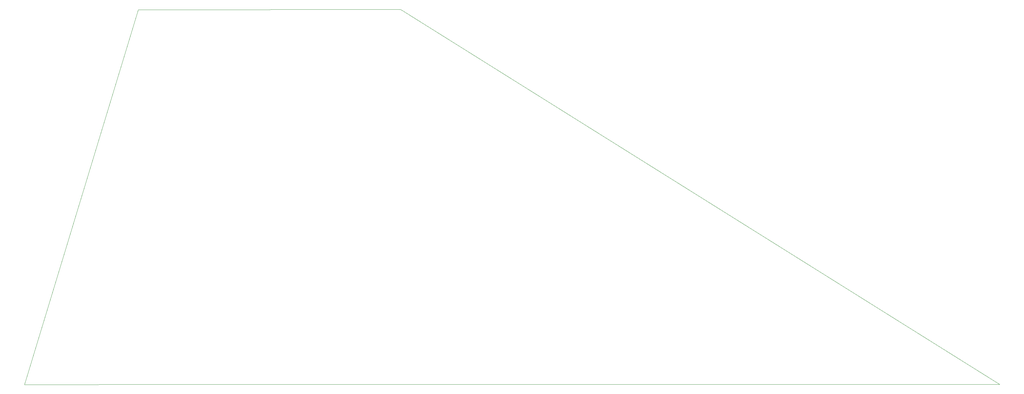
<source format=gbr>
%TF.GenerationSoftware,KiCad,Pcbnew,9.0.2*%
%TF.CreationDate,2025-09-07T15:39:01-04:00*%
%TF.ProjectId,SGTC_Center,53475443-5f43-4656-9e74-65722e6b6963,rev?*%
%TF.SameCoordinates,Original*%
%TF.FileFunction,Profile,NP*%
%FSLAX46Y46*%
G04 Gerber Fmt 4.6, Leading zero omitted, Abs format (unit mm)*
G04 Created by KiCad (PCBNEW 9.0.2) date 2025-09-07 15:39:01*
%MOMM*%
%LPD*%
G01*
G04 APERTURE LIST*
%TA.AperFunction,Profile*%
%ADD10C,0.050000*%
%TD*%
G04 APERTURE END LIST*
D10*
X47501291Y-38552191D02*
X118500000Y-38477088D01*
X280750000Y-140084924D02*
X118495168Y-38477088D01*
X16700000Y-140102088D02*
X47501291Y-38552191D01*
X56557060Y-140084924D02*
X16700000Y-140102088D01*
X56557060Y-140084924D02*
X280750000Y-140084924D01*
M02*

</source>
